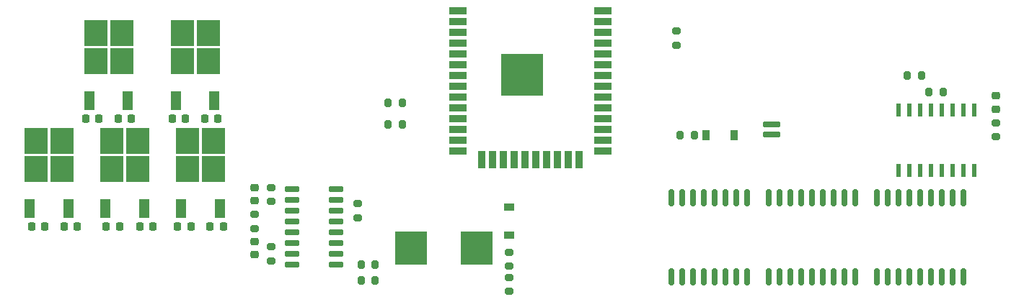
<source format=gtp>
%TF.GenerationSoftware,KiCad,Pcbnew,(6.0.4)*%
%TF.CreationDate,2023-03-05T21:30:01+09:00*%
%TF.ProjectId,VFD__esp32,56464442-0865-4737-9033-322e6b696361,rev?*%
%TF.SameCoordinates,Original*%
%TF.FileFunction,Paste,Top*%
%TF.FilePolarity,Positive*%
%FSLAX46Y46*%
G04 Gerber Fmt 4.6, Leading zero omitted, Abs format (unit mm)*
G04 Created by KiCad (PCBNEW (6.0.4)) date 2023-03-05 21:30:01*
%MOMM*%
%LPD*%
G01*
G04 APERTURE LIST*
G04 Aperture macros list*
%AMRoundRect*
0 Rectangle with rounded corners*
0 $1 Rounding radius*
0 $2 $3 $4 $5 $6 $7 $8 $9 X,Y pos of 4 corners*
0 Add a 4 corners polygon primitive as box body*
4,1,4,$2,$3,$4,$5,$6,$7,$8,$9,$2,$3,0*
0 Add four circle primitives for the rounded corners*
1,1,$1+$1,$2,$3*
1,1,$1+$1,$4,$5*
1,1,$1+$1,$6,$7*
1,1,$1+$1,$8,$9*
0 Add four rect primitives between the rounded corners*
20,1,$1+$1,$2,$3,$4,$5,0*
20,1,$1+$1,$4,$5,$6,$7,0*
20,1,$1+$1,$6,$7,$8,$9,0*
20,1,$1+$1,$8,$9,$2,$3,0*%
G04 Aperture macros list end*
%ADD10RoundRect,0.200000X-0.275000X0.200000X-0.275000X-0.200000X0.275000X-0.200000X0.275000X0.200000X0*%
%ADD11RoundRect,0.200000X-0.200000X-0.275000X0.200000X-0.275000X0.200000X0.275000X-0.200000X0.275000X0*%
%ADD12R,1.200000X0.900000*%
%ADD13R,3.850000X4.000000*%
%ADD14RoundRect,0.225000X-0.225000X-0.250000X0.225000X-0.250000X0.225000X0.250000X-0.225000X0.250000X0*%
%ADD15RoundRect,0.225000X0.225000X0.250000X-0.225000X0.250000X-0.225000X-0.250000X0.225000X-0.250000X0*%
%ADD16RoundRect,0.225000X-0.250000X0.225000X-0.250000X-0.225000X0.250000X-0.225000X0.250000X0.225000X0*%
%ADD17R,0.900000X1.200000*%
%ADD18R,2.750000X3.050000*%
%ADD19R,1.200000X2.200000*%
%ADD20RoundRect,0.150000X0.150000X-0.875000X0.150000X0.875000X-0.150000X0.875000X-0.150000X-0.875000X0*%
%ADD21RoundRect,0.200000X0.275000X-0.200000X0.275000X0.200000X-0.275000X0.200000X-0.275000X-0.200000X0*%
%ADD22R,2.000000X0.900000*%
%ADD23R,0.900000X2.000000*%
%ADD24R,5.000000X5.000000*%
%ADD25RoundRect,0.150000X-0.725000X-0.150000X0.725000X-0.150000X0.725000X0.150000X-0.725000X0.150000X0*%
%ADD26RoundRect,0.187500X0.812500X0.187500X-0.812500X0.187500X-0.812500X-0.187500X0.812500X-0.187500X0*%
%ADD27RoundRect,0.150000X-0.150000X0.875000X-0.150000X-0.875000X0.150000X-0.875000X0.150000X0.875000X0*%
%ADD28RoundRect,0.218750X-0.256250X0.218750X-0.256250X-0.218750X0.256250X-0.218750X0.256250X0.218750X0*%
%ADD29RoundRect,0.200000X0.200000X0.275000X-0.200000X0.275000X-0.200000X-0.275000X0.200000X-0.275000X0*%
%ADD30R,0.600000X1.500000*%
G04 APERTURE END LIST*
D10*
%TO.C,R11*%
X120650000Y-134430000D03*
X120650000Y-136080000D03*
%TD*%
%TO.C,R16*%
X168275000Y-109030000D03*
X168275000Y-110680000D03*
%TD*%
%TO.C,R9*%
X118745000Y-130620000D03*
X118745000Y-132270000D03*
%TD*%
D11*
%TO.C,R4*%
X134430000Y-120015000D03*
X136080000Y-120015000D03*
%TD*%
D12*
%TO.C,D2*%
X148590000Y-129795000D03*
X148590000Y-133095000D03*
%TD*%
D13*
%TO.C,L1*%
X137145000Y-134620000D03*
X144795000Y-134620000D03*
%TD*%
D11*
%TO.C,R5*%
X168720000Y-121285000D03*
X170370000Y-121285000D03*
%TD*%
D10*
%TO.C,R13*%
X148590000Y-135065000D03*
X148590000Y-136715000D03*
%TD*%
D14*
%TO.C,C4*%
X109715000Y-132080000D03*
X111265000Y-132080000D03*
%TD*%
D15*
%TO.C,C11*%
X114440000Y-119380000D03*
X112890000Y-119380000D03*
%TD*%
D16*
%TO.C,C5*%
X118745000Y-127495000D03*
X118745000Y-129045000D03*
%TD*%
D17*
%TO.C,D1*%
X175005000Y-121285000D03*
X171705000Y-121285000D03*
%TD*%
D14*
%TO.C,C8*%
X101320000Y-132080000D03*
X102870000Y-132080000D03*
%TD*%
D10*
%TO.C,R14*%
X148590000Y-138050000D03*
X148590000Y-139700000D03*
%TD*%
D14*
%TO.C,C3*%
X98920000Y-119380000D03*
X100470000Y-119380000D03*
%TD*%
%TO.C,C10*%
X109080000Y-119380000D03*
X110630000Y-119380000D03*
%TD*%
D15*
%TO.C,C6*%
X104280000Y-119380000D03*
X102730000Y-119380000D03*
%TD*%
D18*
%TO.C,U15*%
X110235000Y-112605000D03*
X113285000Y-112605000D03*
X110235000Y-109255000D03*
X113285000Y-109255000D03*
D19*
X109480000Y-117230000D03*
X114040000Y-117230000D03*
%TD*%
D11*
%TO.C,R12*%
X131255000Y-136525000D03*
X132905000Y-136525000D03*
%TD*%
D20*
%TO.C,U6*%
X167640000Y-138000000D03*
X168910000Y-138000000D03*
X170180000Y-138000000D03*
X171450000Y-138000000D03*
X172720000Y-138000000D03*
X173990000Y-138000000D03*
X175260000Y-138000000D03*
X176530000Y-138000000D03*
X176530000Y-128700000D03*
X175260000Y-128700000D03*
X173990000Y-128700000D03*
X172720000Y-128700000D03*
X171450000Y-128700000D03*
X170180000Y-128700000D03*
X168910000Y-128700000D03*
X167640000Y-128700000D03*
%TD*%
D21*
%TO.C,R7*%
X205740000Y-121475000D03*
X205740000Y-119825000D03*
%TD*%
D11*
%TO.C,R1*%
X195390000Y-114300000D03*
X197040000Y-114300000D03*
%TD*%
D18*
%TO.C,U16*%
X110870000Y-125305000D03*
X113920000Y-125305000D03*
X110870000Y-121955000D03*
X113920000Y-121955000D03*
D19*
X110115000Y-129930000D03*
X114675000Y-129930000D03*
%TD*%
D18*
%TO.C,U10*%
X101980000Y-125305000D03*
X101980000Y-121955000D03*
X105030000Y-125305000D03*
X105030000Y-121955000D03*
D19*
X101225000Y-129930000D03*
X105785000Y-129930000D03*
%TD*%
D15*
%TO.C,C13*%
X115075000Y-132080000D03*
X113525000Y-132080000D03*
%TD*%
D14*
%TO.C,C2*%
X92570000Y-132080000D03*
X94120000Y-132080000D03*
%TD*%
D22*
%TO.C,U2*%
X142630000Y-106680000D03*
X142630000Y-107950000D03*
X142630000Y-109220000D03*
X142630000Y-110490000D03*
X142630000Y-111760000D03*
X142630000Y-113030000D03*
X142630000Y-114300000D03*
X142630000Y-115570000D03*
X142630000Y-116840000D03*
X142630000Y-118110000D03*
X142630000Y-119380000D03*
X142630000Y-120650000D03*
X142630000Y-121920000D03*
X142630000Y-123190000D03*
D23*
X145415000Y-124190000D03*
X146685000Y-124190000D03*
X147955000Y-124190000D03*
X149225000Y-124190000D03*
X150495000Y-124190000D03*
X151765000Y-124190000D03*
X153035000Y-124190000D03*
X154305000Y-124190000D03*
X155575000Y-124190000D03*
X156845000Y-124190000D03*
D22*
X159630000Y-123190000D03*
X159630000Y-121920000D03*
X159630000Y-120650000D03*
X159630000Y-119380000D03*
X159630000Y-118110000D03*
X159630000Y-116840000D03*
X159630000Y-115570000D03*
X159630000Y-114300000D03*
X159630000Y-113030000D03*
X159630000Y-111760000D03*
X159630000Y-110490000D03*
X159630000Y-109220000D03*
X159630000Y-107950000D03*
X159630000Y-106680000D03*
D24*
X150130000Y-114180000D03*
%TD*%
D25*
%TO.C,U13*%
X123155000Y-127635000D03*
X123155000Y-128905000D03*
X123155000Y-130175000D03*
X123155000Y-131445000D03*
X123155000Y-132715000D03*
X123155000Y-133985000D03*
X123155000Y-135255000D03*
X123155000Y-136525000D03*
X128305000Y-136525000D03*
X128305000Y-135255000D03*
X128305000Y-133985000D03*
X128305000Y-132715000D03*
X128305000Y-131445000D03*
X128305000Y-130175000D03*
X128305000Y-128905000D03*
X128305000Y-127635000D03*
%TD*%
D26*
%TO.C,BT1*%
X179450000Y-121250000D03*
X179450000Y-120050000D03*
%TD*%
D27*
%TO.C,U3*%
X201930000Y-128700000D03*
X200660000Y-128700000D03*
X199390000Y-128700000D03*
X198120000Y-128700000D03*
X196850000Y-128700000D03*
X195580000Y-128700000D03*
X194310000Y-128700000D03*
X193040000Y-128700000D03*
X191770000Y-128700000D03*
X191770000Y-138000000D03*
X193040000Y-138000000D03*
X194310000Y-138000000D03*
X195580000Y-138000000D03*
X196850000Y-138000000D03*
X198120000Y-138000000D03*
X199390000Y-138000000D03*
X200660000Y-138000000D03*
X201930000Y-138000000D03*
%TD*%
D18*
%TO.C,U11*%
X100075000Y-112605000D03*
X103125000Y-109255000D03*
X103125000Y-112605000D03*
X100075000Y-109255000D03*
D19*
X99320000Y-117230000D03*
X103880000Y-117230000D03*
%TD*%
D15*
%TO.C,C14*%
X97930000Y-132080000D03*
X96380000Y-132080000D03*
%TD*%
D28*
%TO.C,D3*%
X205740000Y-116687500D03*
X205740000Y-118262500D03*
%TD*%
D21*
%TO.C,R10*%
X130810000Y-131000000D03*
X130810000Y-129350000D03*
%TD*%
D27*
%TO.C,U4*%
X189230000Y-128700000D03*
X187960000Y-128700000D03*
X186690000Y-128700000D03*
X185420000Y-128700000D03*
X184150000Y-128700000D03*
X182880000Y-128700000D03*
X181610000Y-128700000D03*
X180340000Y-128700000D03*
X179070000Y-128700000D03*
X179070000Y-138000000D03*
X180340000Y-138000000D03*
X181610000Y-138000000D03*
X182880000Y-138000000D03*
X184150000Y-138000000D03*
X185420000Y-138000000D03*
X186690000Y-138000000D03*
X187960000Y-138000000D03*
X189230000Y-138000000D03*
%TD*%
D29*
%TO.C,R17*%
X132905000Y-138430000D03*
X131255000Y-138430000D03*
%TD*%
D11*
%TO.C,R3*%
X134430000Y-117475000D03*
X136080000Y-117475000D03*
%TD*%
D21*
%TO.C,R6*%
X120650000Y-129095000D03*
X120650000Y-127445000D03*
%TD*%
D11*
%TO.C,R2*%
X197930000Y-116205000D03*
X199580000Y-116205000D03*
%TD*%
D16*
%TO.C,C7*%
X118745000Y-133845000D03*
X118745000Y-135395000D03*
%TD*%
D30*
%TO.C,U1*%
X194310000Y-125470000D03*
X195580000Y-125470000D03*
X196850000Y-125470000D03*
X198120000Y-125470000D03*
X199390000Y-125470000D03*
X200660000Y-125470000D03*
X201930000Y-125470000D03*
X203200000Y-125470000D03*
X203200000Y-118370000D03*
X201930000Y-118370000D03*
X200660000Y-118370000D03*
X199390000Y-118370000D03*
X198120000Y-118370000D03*
X196850000Y-118370000D03*
X195580000Y-118370000D03*
X194310000Y-118370000D03*
%TD*%
D18*
%TO.C,U17*%
X93090000Y-121955000D03*
X96140000Y-125305000D03*
X96140000Y-121955000D03*
X93090000Y-125305000D03*
D19*
X92335000Y-129930000D03*
X96895000Y-129930000D03*
%TD*%
D15*
%TO.C,C12*%
X106820000Y-132080000D03*
X105270000Y-132080000D03*
%TD*%
M02*

</source>
